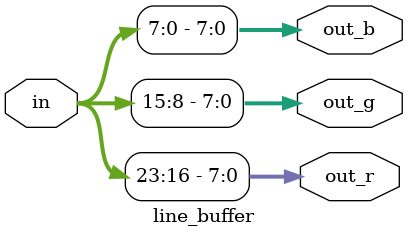
<source format=v>
module line_buffer(in,out_r, out_g, out_b);
input [23:0]in;
output [7:0] out_r, out_g, out_b;

assign out_r = in[23:16];
assign out_g = in[15:8];
assign out_b = in[7:0];

endmodule

</source>
